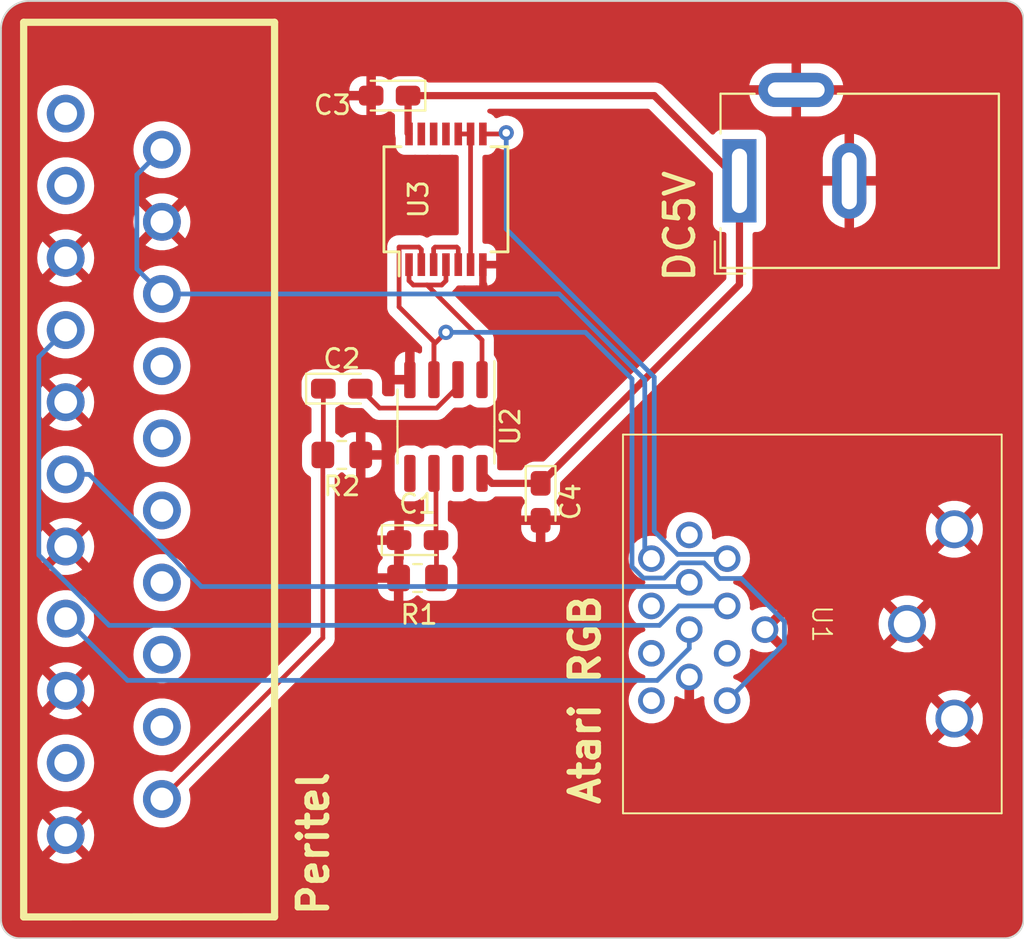
<source format=kicad_pcb>
(kicad_pcb (version 20221018) (generator pcbnew)
  (layers (0 "F.Cu" signal) (31 "B.Cu" signal) (34 "B.Paste" user) (35 "F.Paste" user) (36 "B.SilkS" user "B.Silkscreen") (37 "F.SilkS" user "F.Silkscreen") (38 "B.Mask" user) (39 "F.Mask" user) (44 "Edge.Cuts" user))
  (net 0 "")
  (net 1 "GND")
  (net 2 "Net-(U2-INT)")
  (net 3 "CVBS")
  (net 4 "Net-(U2-VIDEO)")
  (net 6 "AUDIO_L")
  (net 9 "VIDEO_B")
  (net 12 "VIDEO_G")
  (net 15 "VIDEO_R")
  (net 22 "HSYNC")
  (net 24 "VSYNC")
  (net 25 "Net-(U2-CSYNC)")
  (net 27 "+5V")
  (net 28 "Net-(U3-Pad3)")
  (net 29 "Net-(U3-Pad10)")
  (footprint "Package_SO:SSOP-14_5.3x6.2mm_P0.65mm" (layer "F.Cu") (at 141 71.475 90)
    (fp_text reference "U3" (at 0 -1.45 90) (layer "F.SilkS"))
    (fp_text value "74LS00")
    (fp_line (start -2.775 -3.275) (end -2.775 -2.475) (stroke (width 0.15)) (layer "F.SilkS"))
    (fp_line (start -2.775 -3.275) (end 2.775 -3.275) (stroke (width 0.15)) (layer "F.SilkS"))
    (fp_line (start -2.775 -2.475) (end -4.05 -2.475) (stroke (width 0.15)) (layer "F.SilkS"))
    (fp_line (start -2.775 3.275) (end -2.775 2.375) (stroke (width 0.15)) (layer "F.SilkS"))
    (fp_line (start -2.775 3.275) (end 2.775 3.275) (stroke (width 0.15)) (layer "F.SilkS"))
    (fp_line (start 2.775 -3.275) (end 2.775 -2.375) (stroke (width 0.15)) (layer "F.SilkS"))
    (fp_line (start 2.775 3.275) (end 2.775 2.375) (stroke (width 0.15)) (layer "F.SilkS"))
    (pad "1" smd rect (at -3.45 -1.95 90) (size 1.2 0.4) (layers "F.Cu" "F.Paste" "F.Mask") (net 25 "Net-(U2-CSYNC)"))
    (pad "2" smd rect (at -3.45 -1.3 90) (size 1.2 0.4) (layers "F.Cu" "F.Paste" "F.Mask") (net 24 "VSYNC"))
    (pad "3" smd rect (at -3.45 -0.65 90) (size 1.2 0.4) (layers "F.Cu" "F.Paste" "F.Mask") (net 28 "Net-(U3-Pad3)"))
    (pad "4" smd rect (at -3.45 0 90) (size 1.2 0.4) (layers "F.Cu" "F.Paste" "F.Mask") (net 25 "Net-(U2-CSYNC)"))
    (pad "5" smd rect (at -3.45 0.65 90) (size 1.2 0.4) (layers "F.Cu" "F.Paste" "F.Mask") (net 28 "Net-(U3-Pad3)"))
    (pad "6" smd rect (at -3.45 1.3 90) (size 1.2 0.4) (layers "F.Cu" "F.Paste" "F.Mask") (net 29 "Net-(U3-Pad10)"))
    (pad "7" smd rect (at -3.45 1.95 90) (size 1.2 0.4) (layers "F.Cu" "F.Paste" "F.Mask") (net 1 "GND"))
    (pad "8" smd rect (at 3.45 1.95 90) (size 1.2 0.4) (layers "F.Cu" "F.Paste" "F.Mask") (net 22 "HSYNC"))
    (pad "9" smd rect (at 3.45 1.3 90) (size 1.2 0.4) (layers "F.Cu" "F.Paste" "F.Mask") (net 29 "Net-(U3-Pad10)"))
    (pad "10" smd rect (at 3.45 0.65 90) (size 1.2 0.4) (layers "F.Cu" "F.Paste" "F.Mask") (net 29 "Net-(U3-Pad10)"))
    (pad "11" smd rect (at 3.45 0 90) (size 1.2 0.4) (layers "F.Cu" "F.Paste" "F.Mask"))
    (pad "12" smd rect (at 3.45 -0.65 90) (size 1.2 0.4) (layers "F.Cu" "F.Paste" "F.Mask"))
    (pad "13" smd rect (at 3.45 -1.3 90) (size 1.2 0.4) (layers "F.Cu" "F.Paste" "F.Mask"))
    (pad "14" smd rect (at 3.45 -1.95 90) (size 1.2 0.4) (layers "F.Cu" "F.Paste" "F.Mask") (net 27 "+5V"))
  )
  (footprint "Capacitor_Tantalum_SMD:CP_EIA-2012-15_AVX-P_Pad1.30x1.05mm_HandSolder" (layer "F.Cu") (at 138.025 66 180)
    (fp_text reference "C3" (at 3.025 -0.5) (layer "F.SilkS"))
    (fp_text value "0.1µF")
    (fp_line (start -1.885 -0.785) (end -1.885 0.785) (stroke (width 0.12)) (layer "F.SilkS"))
    (fp_line (start -1.885 0.785) (end 1 0.785) (stroke (width 0.12)) (layer "F.SilkS"))
    (fp_line (start 1 -0.785) (end -1.885 -0.785) (stroke (width 0.12)) (layer "F.SilkS"))
    (pad "1" smd roundrect (at -0.975 0 180) (size 1.3 1.05) (layers "F.Cu" "F.Paste" "F.Mask") (roundrect_rratio 0.238095) (net 27 "+5V"))
    (pad "2" smd roundrect (at 0.975 0 180) (size 1.3 1.05) (layers "F.Cu" "F.Paste" "F.Mask") (roundrect_rratio 0.238095) (net 1 "GND"))
  )
  (footprint "Capacitor_Tantalum_SMD:CP_EIA-2012-15_AVX-P_Pad1.30x1.05mm_HandSolder" (layer "F.Cu") (at 135.5 81.475)
    (fp_text reference "C2" (at 0 -1.58) (layer "F.SilkS"))
    (fp_text value "0.1µ")
    (fp_line (start -1.885 -0.785) (end -1.885 0.785) (stroke (width 0.12)) (layer "F.SilkS"))
    (fp_line (start -1.885 0.785) (end 1 0.785) (stroke (width 0.12)) (layer "F.SilkS"))
    (fp_line (start 1 -0.785) (end -1.885 -0.785) (stroke (width 0.12)) (layer "F.SilkS"))
    (pad "1" smd roundrect (at -0.975 0) (size 1.3 1.05) (layers "F.Cu" "F.Paste" "F.Mask") (roundrect_rratio 0.238095) (net 3 "CVBS"))
    (pad "2" smd roundrect (at 0.975 0) (size 1.3 1.05) (layers "F.Cu" "F.Paste" "F.Mask") (roundrect_rratio 0.238095) (net 4 "Net-(U2-VIDEO)"))
  )
  (footprint "Connector_BarrelJack:BarrelJack_Wuerth_6941xx301002" (layer "F.Cu") (at 156.5 70.5 90)
    (fp_text reference "J2" hide)
    (fp_text value "DC5V" (at -2.4 -3.15 270) (layer "F.SilkS") (effects (font (size 1.524 1.524) (thickness 0.25) bold)))
    (fp_line (start -4.9 -1.3) (end -4.9 0.3) (stroke (width 0.12)) (layer "F.SilkS"))
    (fp_line (start -4.6 -1) (end -2.5 -1) (stroke (width 0.12)) (layer "F.SilkS"))
    (fp_line (start -4.6 13.7) (end -4.6 -1) (stroke (width 0.12)) (layer "F.SilkS"))
    (fp_line (start -3.2 -1.3) (end -4.9 -1.3) (stroke (width 0.12)) (layer "F.SilkS"))
    (fp_line (start 2.5 -1) (end 4.6 -1) (stroke (width 0.12)) (layer "F.SilkS"))
    (fp_line (start 4.6 -1) (end 4.6 0.8) (stroke (width 0.12)) (layer "F.SilkS"))
    (fp_line (start 4.6 5.2) (end 4.6 13.7) (stroke (width 0.12)) (layer "F.SilkS"))
    (fp_line (start 4.6 13.7) (end -4.6 13.7) (stroke (width 0.12)) (layer "F.SilkS"))
    (pad "1" thru_hole rect (at 0 0 90) (size 4.4 1.8) (drill oval 3.4 0.8) (layers "*.Cu" "*.Mask") (net 27 "+5V"))
    (pad "2" thru_hole oval (at 0 5.8 90) (size 4 1.8) (drill oval 3 0.8) (layers "*.Cu" "*.Mask") (net 1 "GND"))
    (pad "3" thru_hole oval (at 4.8 3 180) (size 4 1.8) (drill oval 3 0.8) (layers "*.Cu" "*.Mask") (net 1 "GND"))
  )
  (footprint "Capacitor_Tantalum_SMD:CP_EIA-2012-15_AVX-P_Pad1.30x1.05mm_HandSolder" (layer "F.Cu") (at 146 87.45 -90)
    (fp_text reference "C4" (at 0 -1.58 90) (layer "F.SilkS"))
    (fp_text value "0.1µF")
    (fp_line (start -1.885 -0.785) (end -1.885 0.785) (stroke (width 0.12)) (layer "F.SilkS"))
    (fp_line (start -1.885 0.785) (end 1 0.785) (stroke (width 0.12)) (layer "F.SilkS"))
    (fp_line (start 1 -0.785) (end -1.885 -0.785) (stroke (width 0.12)) (layer "F.SilkS"))
    (pad "1" smd roundrect (at -0.975 0 270) (size 1.3 1.05) (layers "F.Cu" "F.Paste" "F.Mask") (roundrect_rratio 0.238095) (net 27 "+5V"))
    (pad "2" smd roundrect (at 0.975 0 270) (size 1.3 1.05) (layers "F.Cu" "F.Paste" "F.Mask") (roundrect_rratio 0.238095) (net 1 "GND"))
  )
  (footprint "Capacitor_Tantalum_SMD:CP_EIA-2012-15_AVX-P_Pad1.30x1.05mm_HandSolder" (layer "F.Cu") (at 139.5 89.475)
    (fp_text reference "C1" (at 0 -1.918095) (layer "F.SilkS"))
    (fp_text value "0.1µ")
    (fp_line (start -1.885 -0.785) (end -1.885 0.785) (stroke (width 0.12)) (layer "F.SilkS"))
    (fp_line (start -1.885 0.785) (end 1 0.785) (stroke (width 0.12)) (layer "F.SilkS"))
    (fp_line (start 1 -0.785) (end -1.885 -0.785) (stroke (width 0.12)) (layer "F.SilkS"))
    (pad "1" smd roundrect (at -0.975 0) (size 1.3 1.05) (layers "F.Cu" "F.Paste" "F.Mask") (roundrect_rratio 0.238095) (net 1 "GND"))
    (pad "2" smd roundrect (at 0.975 0) (size 1.3 1.05) (layers "F.Cu" "F.Paste" "F.Mask") (roundrect_rratio 0.238095) (net 2 "Net-(U2-INT)"))
  )
  (footprint "Resistor_SMD:R_0805_2012Metric_Pad1.20x1.40mm_HandSolder" (layer "F.Cu") (at 135.5 84.975 180)
    (fp_text reference "R2" (at 0 -1.65) (layer "F.SilkS"))
    (fp_text value "75Ω")
    (fp_line (start -0.227064 -0.735) (end 0.227064 -0.735) (stroke (width 0.12)) (layer "F.SilkS"))
    (fp_line (start -0.227064 0.735) (end 0.227064 0.735) (stroke (width 0.12)) (layer "F.SilkS"))
    (pad "1" smd roundrect (at -1 0 180) (size 1.2 1.4) (layers "F.Cu" "F.Paste" "F.Mask") (roundrect_rratio 0.208333) (net 1 "GND"))
    (pad "2" smd roundrect (at 1 0 180) (size 1.2 1.4) (layers "F.Cu" "F.Paste" "F.Mask") (roundrect_rratio 0.208333) (net 3 "CVBS"))
  )
  (footprint "Resistor_SMD:R_0805_2012Metric_Pad1.20x1.40mm_HandSolder" (layer "F.Cu") (at 139.5 91.475)
    (fp_text reference "R1" (at 0.076589 1.938278) (layer "F.SilkS"))
    (fp_text value "680kΩ")
    (fp_line (start -0.227064 -0.735) (end 0.227064 -0.735) (stroke (width 0.12)) (layer "F.SilkS"))
    (fp_line (start -0.227064 0.735) (end 0.227064 0.735) (stroke (width 0.12)) (layer "F.SilkS"))
    (pad "1" smd roundrect (at -1 0) (size 1.2 1.4) (layers "F.Cu" "F.Paste" "F.Mask") (roundrect_rratio 0.208333) (net 1 "GND"))
    (pad "2" smd roundrect (at 1 0) (size 1.2 1.4) (layers "F.Cu" "F.Paste" "F.Mask") (roundrect_rratio 0.208333) (net 2 "Net-(U2-INT)"))
  )
  (footprint "sc1224-scart:SCART" (layer "F.Cu") (at 128.19964 86 90)
    (fp_text reference "J1")
    (fp_text value "Peritel" (at -19.5 5.80036 270) (layer "F.SilkS") (effects (font (size 1.524 1.524) (thickness 0.3048))))
    (fp_line (start -23.372 -9.5) (end 23.872 -9.5) (stroke (width 0.381)) (layer "F.SilkS"))
    (fp_line (start -23.372 3.75) (end 23.872 3.75) (stroke (width 0.381)) (layer "F.SilkS"))
    (fp_line (start -23.368 3.75) (end -23.372 -9.5) (stroke (width 0.381)) (layer "F.SilkS"))
    (fp_line (start 23.872 -9.5) (end 23.872 3.75) (stroke (width 0.381)) (layer "F.SilkS"))
    (pad "1" thru_hole circle (at 19.05 -7.27964 90) (size 1.99898 1.99898) (drill 1.19888) (layers "*.Cu" "*.Mask"))
    (pad "2" thru_hole circle (at 17.145 -2.19964 90) (size 1.99898 1.99898) (drill 1.19888) (layers "*.Cu" "*.Mask") (net 6 "AUDIO_L"))
    (pad "3" thru_hole circle (at 15.24 -7.27964 90) (size 1.99898 1.99898) (drill 1.19888) (layers "*.Cu" "*.Mask"))
    (pad "4" thru_hole circle (at 13.335 -2.19964 90) (size 1.99898 1.99898) (drill 1.19888) (layers "*.Cu" "*.Mask") (net 1 "GND"))
    (pad "5" thru_hole circle (at 11.43 -7.27964 90) (size 1.99898 1.99898) (drill 1.19888) (layers "*.Cu" "*.Mask") (net 1 "GND"))
    (pad "6" thru_hole circle (at 9.525 -2.19964 90) (size 1.99898 1.99898) (drill 1.19888) (layers "*.Cu" "*.Mask") (net 6 "AUDIO_L"))
    (pad "7" thru_hole circle (at 7.62 -7.27964 90) (size 1.99898 1.99898) (drill 1.19888) (layers "*.Cu" "*.Mask") (net 9 "VIDEO_B"))
    (pad "8" thru_hole circle (at 5.715 -2.19964 90) (size 1.99898 1.99898) (drill 1.19888) (layers "*.Cu" "*.Mask"))
    (pad "9" thru_hole circle (at 3.81 -7.27964 90) (size 1.99898 1.99898) (drill 1.19888) (layers "*.Cu" "*.Mask") (net 1 "GND"))
    (pad "10" thru_hole circle (at 1.905 -2.19964 90) (size 1.99898 1.99898) (drill 1.19888) (layers "*.Cu" "*.Mask"))
    (pad "11" thru_hole circle (at 0 -7.27964 90) (size 1.99898 1.99898) (drill 1.19888) (layers "*.Cu" "*.Mask") (net 12 "VIDEO_G"))
    (pad "12" thru_hole circle (at -1.905 -2.19964 90) (size 1.99898 1.99898) (drill 1.19888) (layers "*.Cu" "*.Mask"))
    (pad "13" thru_hole circle (at -3.81 -7.27964 90) (size 1.99898 1.99898) (drill 1.19888) (layers "*.Cu" "*.Mask") (net 1 "GND"))
    (pad "14" thru_hole circle (at -5.715 -2.19964 90) (size 1.99898 1.99898) (drill 1.19888) (layers "*.Cu" "*.Mask"))
    (pad "15" thru_hole circle (at -7.62 -7.27964 90) (size 1.99898 1.99898) (drill 1.19888) (layers "*.Cu" "*.Mask") (net 15 "VIDEO_R"))
    (pad "16" thru_hole circle (at -9.525 -2.19964 90) (size 1.99898 1.99898) (drill 1.19888) (layers "*.Cu" "*.Mask"))
    (pad "17" thru_hole circle (at -11.43 -7.27964 90) (size 1.99898 1.99898) (drill 1.19888) (layers "*.Cu" "*.Mask") (net 1 "GND"))
    (pad "18" thru_hole circle (at -13.335 -2.19964 90) (size 1.99898 1.99898) (drill 1.19888) (layers "*.Cu" "*.Mask"))
    (pad "19" thru_hole circle (at -15.24 -7.27964 90) (size 1.99898 1.99898) (drill 1.19888) (layers "*.Cu" "*.Mask"))
    (pad "20" thru_hole circle (at -17.145 -2.19964 90) (size 1.99898 1.99898) (drill 1.19888) (layers "*.Cu" "*.Mask") (net 3 "CVBS"))
    (pad "21" thru_hole circle (at -19.05 -7.27964 90) (size 1.99898 1.99898) (drill 1.19888) (layers "*.Cu" "*.Mask") (net 1 "GND"))
  )
  (footprint "Package_SO:SOIC-8_3.9x4.9mm_P1.27mm" (layer "F.Cu") (at 141 83.475 -90)
    (fp_text reference "U2" (at 0 -3.4 90) (layer "F.SilkS"))
    (fp_text value "LM1881")
    (fp_line (start 0 -2.56) (end -3.45 -2.56) (stroke (width 0.12)) (layer "F.SilkS"))
    (fp_line (start 0 -2.56) (end 1.95 -2.56) (stroke (width 0.12)) (layer "F.SilkS"))
    (fp_line (start 0 2.56) (end -1.95 2.56) (stroke (width 0.12)) (layer "F.SilkS"))
    (fp_line (start 0 2.56) (end 1.95 2.56) (stroke (width 0.12)) (layer "F.SilkS"))
    (pad "1" smd roundrect (at -2.475 -1.905 270) (size 1.95 0.6) (layers "F.Cu" "F.Paste" "F.Mask") (net 25 "Net-(U2-CSYNC)"))
    (pad "2" smd roundrect (at -2.475 -0.635 270) (size 1.95 0.6) (layers "F.Cu" "F.Paste" "F.Mask") (net 4 "Net-(U2-VIDEO)"))
    (pad "3" smd roundrect (at -2.475 0.635 270) (size 1.95 0.6) (layers "F.Cu" "F.Paste" "F.Mask") (net 24 "VSYNC"))
    (pad "4" smd roundrect (at -2.475 1.905 270) (size 1.95 0.6) (layers "F.Cu" "F.Paste" "F.Mask") (net 1 "GND"))
    (pad "5" smd roundrect (at 2.475 1.905 270) (size 1.95 0.6) (layers "F.Cu" "F.Paste" "F.Mask"))
    (pad "6" smd roundrect (at 2.475 0.635 270) (size 1.95 0.6) (layers "F.Cu" "F.Paste" "F.Mask") (net 2 "Net-(U2-INT)"))
    (pad "7" smd roundrect (at 2.475 -0.635 270) (size 1.95 0.6) (layers "F.Cu" "F.Paste" "F.Mask"))
    (pad "8" smd roundrect (at 2.475 -1.905 270) (size 1.95 0.6) (layers "F.Cu" "F.Paste" "F.Mask") (net 27 "+5V"))
  )
  (footprint "sc1224-scart:DIN-13" (layer "F.Cu") (at 170.35 93.9 -90)
    (fp_text reference "U1" (at 0 9.5 -90 unlocked) (layer "F.SilkS") (effects (font (thickness 0.1))))
    (fp_text value "Atari RGB" (at 4 22 90 unlocked) (layer "F.SilkS") (effects (font (size 1.524 1.524) (thickness 0.3048) bold)))
    (fp_line (start -10 0) (end 10 0) (stroke (width 0.1)) (layer "F.SilkS"))
    (fp_line (start -10 20) (end -10 0) (stroke (width 0.1)) (layer "F.SilkS"))
    (fp_line (start 10 0) (end 10 20) (stroke (width 0.1)) (layer "F.SilkS"))
    (fp_line (start 10 20) (end -10 20) (stroke (width 0.1)) (layer "F.SilkS"))
    (pad "" thru_hole circle (at -5 2.5 270) (size 2 2) (drill 1.4) (layers "*.Cu" "*.Mask") (net 1 "GND"))
    (pad "" thru_hole circle (at 0 5 270) (size 2 2) (drill 1.4) (layers "*.Cu" "*.Mask") (net 1 "GND"))
    (pad "" thru_hole circle (at 5 2.5 270) (size 2 2) (drill 1.4) (layers "*.Cu" "*.Mask") (net 1 "GND"))
    (pad "1" thru_hole circle (at -3.45 18.5 270) (size 1.4 1.4) (drill 0.9) (layers "*.Cu" "*.Mask") (net 6 "AUDIO_L"))
    (pad "2" thru_hole circle (at -0.95 18.5 270) (size 1.4 1.4) (drill 0.9) (layers "*.Cu" "*.Mask"))
    (pad "3" thru_hole circle (at 1.55 18.5 270) (size 1.4 1.4) (drill 0.9) (layers "*.Cu" "*.Mask"))
    (pad "4" thru_hole circle (at 4.05 18.5 270) (size 1.4 1.4) (drill 0.9) (layers "*.Cu" "*.Mask"))
    (pad "5" thru_hole circle (at -4.7 16.5 270) (size 1.4 1.4) (drill 0.9) (layers "*.Cu" "*.Mask"))
    (pad "6" thru_hole circle (at -2.2 16.5 270) (size 1.4 1.4) (drill 0.9) (layers "*.Cu" "*.Mask") (net 12 "VIDEO_G"))
    (pad "7" thru_hole circle (at 0.3 16.5 270) (size 1.4 1.4) (drill 0.9) (layers "*.Cu" "*.Mask") (net 15 "VIDEO_R"))
    (pad "8" thru_hole circle (at 2.8 16.5 270) (size 1.4 1.4) (drill 0.9) (layers "*.Cu" "*.Mask") (net 1 "GND"))
    (pad "9" thru_hole circle (at -3.45 14.5 270) (size 1.4 1.4) (drill 0.9) (layers "*.Cu" "*.Mask") (net 22 "HSYNC"))
    (pad "10" thru_hole circle (at -0.95 14.5 270) (size 1.4 1.4) (drill 0.9) (layers "*.Cu" "*.Mask") (net 9 "VIDEO_B"))
    (pad "11" thru_hole circle (at 1.55 14.5 270) (size 1.4 1.4) (drill 0.9) (layers "*.Cu" "*.Mask"))
    (pad "12" thru_hole circle (at 4.05 14.5 270) (size 1.4 1.4) (drill 0.9) (layers "*.Cu" "*.Mask") (net 24 "VSYNC"))
    (pad "13" thru_hole circle (at 0.3 12.5 270) (size 1.4 1.4) (drill 0.9) (layers "*.Cu" "*.Mask") (net 1 "GND"))
  )
  (gr_line (start 118.5 110.5) (end 170.5 110.5) (stroke (width 0.1)) (layer "Edge.Cuts"))
  (gr_arc (start 117.5 62.5) (mid 117.93934 61.43934) (end 119 61) (stroke (width 0.1)) (layer "Edge.Cuts"))
  (gr_arc (start 170.5 61) (mid 171.207107 61.292893) (end 171.5 62) (stroke (width 0.1)) (layer "Edge.Cuts"))
  (gr_line (start 171.5 100) (end 171.5 109.5) (stroke (width 0.1)) (layer "Edge.Cuts"))
  (gr_line (start 119 61) (end 170.5 61) (stroke (width 0.1)) (layer "Edge.Cuts"))
  (gr_line (start 171.5 62) (end 171.5 100) (stroke (width 0.1)) (layer "Edge.Cuts"))
  (gr_line (start 117.5 62.5) (end 117.5 109.5) (stroke (width 0.1)) (layer "Edge.Cuts"))
  (gr_arc (start 118.5 110.5) (mid 117.792893 110.207107) (end 117.5 109.5) (stroke (width 0.1)) (layer "Edge.Cuts"))
  (gr_arc (start 171.5 109.5) (mid 171.207107 110.207107) (end 170.5 110.5) (stroke (width 0.1)) (layer "Edge.Cuts"))
  (segment (start 143 76) (end 142.95 75.95) (width 0.381) (layer "F.Cu") (net 1))
  (segment (start 142.95 74.925) (end 142.95 75.95) (width 0.381) (layer "F.Cu") (net 1))
  (segment (start 153.85 96.7) (end 153.85 98.35) (width 0.508) (layer "F.Cu") (net 1))
  (segment (start 140.475 86.06) (end 140.365 85.95) (width 0.25) (layer "F.Cu") (net 2))
  (segment (start 140.5 91.475) (end 140.5 89.5) (width 0.25) (layer "F.Cu") (net 2))
  (segment (start 140.5 89.5) (end 140.475 89.475) (width 0.25) (layer "F.Cu") (net 2))
  (segment (start 140.475 89.475) (end 140.475 86.06) (width 0.25) (layer "F.Cu") (net 2))
  (segment (start 134.5 94.645) (end 134.5 84.975) (width 0.25) (layer "F.Cu") (net 3))
  (segment (start 126 103.145) (end 134.5 94.645) (width 0.25) (layer "F.Cu") (net 3))
  (segment (start 134.525 81.475) (end 134.525 84.95) (width 0.25) (layer "F.Cu") (net 3))
  (segment (start 134.525 84.95) (end 134.5 84.975) (width 0.25) (layer "F.Cu") (net 3))
  (segment (start 141.635 81.376751) (end 141.635 81) (width 0.25) (layer "F.Cu") (net 4))
  (segment (start 136.475 81.475) (end 137.5 82.5) (width 0.25) (layer "F.Cu") (net 4))
  (segment (start 140.511751 82.5) (end 141.635 81.376751) (width 0.25) (layer "F.Cu") (net 4))
  (segment (start 137.5 82.5) (end 140.511751 82.5) (width 0.25) (layer "F.Cu") (net 4))
  (segment (start 126 76.475) (end 146.975 76.475) (width 0.25) (layer "B.Cu") (net 6))
  (segment (start 151.5 81) (end 151.5 90.1) (width 0.25) (layer "B.Cu") (net 6))
  (segment (start 146.975 76.475) (end 151.5 81) (width 0.25) (layer "B.Cu") (net 6))
  (segment (start 126 68.855) (end 124.67551 70.17949) (width 0.25) (layer "B.Cu") (net 6))
  (segment (start 124.67551 70.17949) (end 124.67551 75.15051) (width 0.25) (layer "B.Cu") (net 6))
  (segment (start 124.67551 75.15051) (end 126 76.475) (width 0.25) (layer "B.Cu") (net 6))
  (segment (start 151.5 90.1) (end 151.85 90.45) (width 0.25) (layer "B.Cu") (net 6))
  (segment (start 155.85 92.95) (end 153.299569 92.95) (width 0.25) (layer "B.Cu") (net 9))
  (segment (start 119.5 79.8) (end 120.92 78.38) (width 0.25) (layer "B.Cu") (net 9))
  (segment (start 152.274569 93.975) (end 123.211888 93.975) (width 0.25) (layer "B.Cu") (net 9))
  (segment (start 119.5 90.263112) (end 119.5 79.8) (width 0.25) (layer "B.Cu") (net 9))
  (segment (start 123.211888 93.975) (end 119.5 90.263112) (width 0.25) (layer "B.Cu") (net 9))
  (segment (start 153.299569 92.95) (end 152.274569 93.975) (width 0.25) (layer "B.Cu") (net 9))
  (segment (start 122.158112 86) (end 128.083112 91.925) (width 0.25) (layer "B.Cu") (net 12))
  (segment (start 153.625 91.925) (end 153.85 91.7) (width 0.25) (layer "B.Cu") (net 12))
  (segment (start 128.083112 91.925) (end 153.625 91.925) (width 0.25) (layer "B.Cu") (net 12))
  (segment (start 120.92 86) (end 122.158112 86) (width 0.25) (layer "B.Cu") (net 12))
  (segment (start 152.158571 96.881378) (end 124.181378 96.881378) (width 0.25) (layer "B.Cu") (net 15))
  (segment (start 153.85 95.189949) (end 152.158571 96.881378) (width 0.25) (layer "B.Cu") (net 15))
  (segment (start 124.181378 96.881378) (end 120.92 93.62) (width 0.25) (layer "B.Cu") (net 15))
  (segment (start 153.85 94.2) (end 153.85 95.189949) (width 0.25) (layer "B.Cu") (net 15))
  (segment (start 144 68) (end 144.183175 67.963025) (width 0.25) (layer "F.Cu") (net 22))
  (segment (start 144.183175 67.963025) (end 143.975 68.025) (width 0.25) (layer "F.Cu") (net 22))
  (segment (start 142.95 68.025) (end 143.975 68.025) (width 0.25) (layer "F.Cu") (net 22))
  (via (at 144.183175 67.963025) (size 0.8) (drill 0.4) (layers "F.Cu" "B.Cu") (net 22))
  (segment (start 152 89) (end 153.225 90.225) (width 0.25) (layer "B.Cu") (net 22))
  (segment (start 153.225 90.225) (end 155.625 90.225) (width 0.25) (layer "B.Cu") (net 22))
  (segment (start 155.625 90.225) (end 155.85 90.45) (width 0.25) (layer "B.Cu") (net 22))
  (segment (start 152 80.863604) (end 152 89) (width 0.25) (layer "B.Cu") (net 22))
  (segment (start 144.183175 67.963025) (end 144.183175 73.046779) (width 0.25) (layer "B.Cu") (net 22))
  (segment (start 144.183175 73.046779) (end 152 80.863604) (width 0.25) (layer "B.Cu") (net 22))
  (segment (start 138.525 77.16) (end 138.525 74) (width 0.25) (layer "F.Cu") (net 24))
  (segment (start 140.365 79.135) (end 141 78.5) (width 0.25) (layer "F.Cu") (net 24))
  (segment (start 139.7 74.125) (end 139.7 74.925) (width 0.25) (layer "F.Cu") (net 24))
  (segment (start 138.525 74) (end 139.575 74) (width 0.25) (layer "F.Cu") (net 24))
  (segment (start 140.365 81) (end 140.365 79.135) (width 0.25) (layer "F.Cu") (net 24))
  (segment (start 139.575 74) (end 139.7 74.125) (width 0.25) (layer "F.Cu") (net 24))
  (segment (start 140.365 81) (end 140.365 79) (width 0.25) (layer "F.Cu") (net 24))
  (segment (start 140.365 79) (end 138.525 77.16) (width 0.25) (layer "F.Cu") (net 24))
  (via (at 141 78.5) (size 0.8) (drill 0.4) (layers "F.Cu" "B.Cu") (net 24))
  (segment (start 158.875 93.775431) (end 158.875 94.925) (width 0.25) (layer "B.Cu") (net 24))
  (segment (start 154.625431 90.675) (end 155.450431 91.5) (width 0.25) (layer "B.Cu") (net 24))
  (segment (start 153.325 90.675) (end 154.625431 90.675) (width 0.25) (layer "B.Cu") (net 24))
  (segment (start 148.363604 78.5) (end 150.825 80.961396) (width 0.25) (layer "B.Cu") (net 24))
  (segment (start 155.450431 91.5) (end 156.599569 91.5) (width 0.25) (layer "B.Cu") (net 24))
  (segment (start 156.599569 91.5) (end 158.875 93.775431) (width 0.25) (layer "B.Cu") (net 24))
  (segment (start 151.425431 91.475) (end 152.525 91.475) (width 0.25) (layer "B.Cu") (net 24))
  (segment (start 150.825 90.874569) (end 151.425431 91.475) (width 0.25) (layer "B.Cu") (net 24))
  (segment (start 152.525 91.475) (end 153.325 90.675) (width 0.25) (layer "B.Cu") (net 24))
  (segment (start 141 78.5) (end 148.363604 78.5) (width 0.25) (layer "B.Cu") (net 24))
  (segment (start 150.825 80.961396) (end 150.825 90.874569) (width 0.25) (layer "B.Cu") (net 24))
  (segment (start 158.875 94.925) (end 155.85 97.95) (width 0.25) (layer "B.Cu") (net 24))
  (segment (start 139.275 76) (end 140 76) (width 0.25) (layer "F.Cu") (net 25))
  (segment (start 140 76) (end 142.905 78.905) (width 0.25) (layer "F.Cu") (net 25))
  (segment (start 142.905 78.905) (end 142.905 81) (width 0.25) (layer "F.Cu") (net 25))
  (segment (start 139.05 75.775) (end 139.275 76) (width 0.25) (layer "F.Cu") (net 25))
  (segment (start 139.05 74.925) (end 139.05 75.775) (width 0.25) (layer "F.Cu") (net 25))
  (segment (start 140.775 76) (end 141 75.775) (width 0.25) (layer "F.Cu") (net 25))
  (segment (start 141 75.775) (end 141 74.925) (width 0.25) (layer "F.Cu") (net 25))
  (segment (start 140 76) (end 140.775 76) (width 0.25) (layer "F.Cu") (net 25))
  (segment (start 156.5 75.975) (end 146 86.475) (width 0.381) (layer "F.Cu") (net 27))
  (segment (start 156.5 70.5) (end 152 66) (width 0.381) (layer "F.Cu") (net 27))
  (segment (start 139 67.975) (end 139.05 68.025) (width 0.381) (layer "F.Cu") (net 27))
  (segment (start 156.5 70.5) (end 156.5 75.975) (width 0.381) (layer "F.Cu") (net 27))
  (segment (start 152 66) (end 139 66) (width 0.381) (layer "F.Cu") (net 27))
  (segment (start 142.905 85.95) (end 143.43 86.475) (width 0.381) (layer "F.Cu") (net 27))
  (segment (start 143.43 86.475) (end 146 86.475) (width 0.381) (layer "F.Cu") (net 27))
  (segment (start 139 66) (end 139 67.975) (width 0.381) (layer "F.Cu") (net 27))
  (segment (start 140.35 74.075) (end 140.425 74) (width 0.25) (layer "F.Cu") (net 28))
  (segment (start 141.65 74.075) (end 141.65 74.925) (width 0.25) (layer "F.Cu") (net 28))
  (segment (start 140.35 74.925) (end 140.35 74.075) (width 0.25) (layer "F.Cu") (net 28))
  (segment (start 141.575 74) (end 141.65 74.075) (width 0.25) (layer "F.Cu") (net 28))
  (segment (start 140.425 74) (end 141.575 74) (width 0.25) (layer "F.Cu") (net 28))
  (segment (start 141.65 68.025) (end 142.3 68.025) (width 0.25) (layer "F.Cu") (net 29))
  (segment (start 142.3 74.925) (end 142.3 68.025) (width 0.25) (layer "F.Cu") (net 29))
  (zone (net 1) (net_name "GND") (layer "F.Cu") (connect_pads (clearance 0.5)) (min_thickness 0.25) (fill yes (thermal_gap 0.5) (thermal_bridge_width 0.5))
    (polygon (pts (xy 117.5 61) (xy 171.5 61) (xy 171.5 110.5) (xy 117.5 110.5)))
  )
)
</source>
